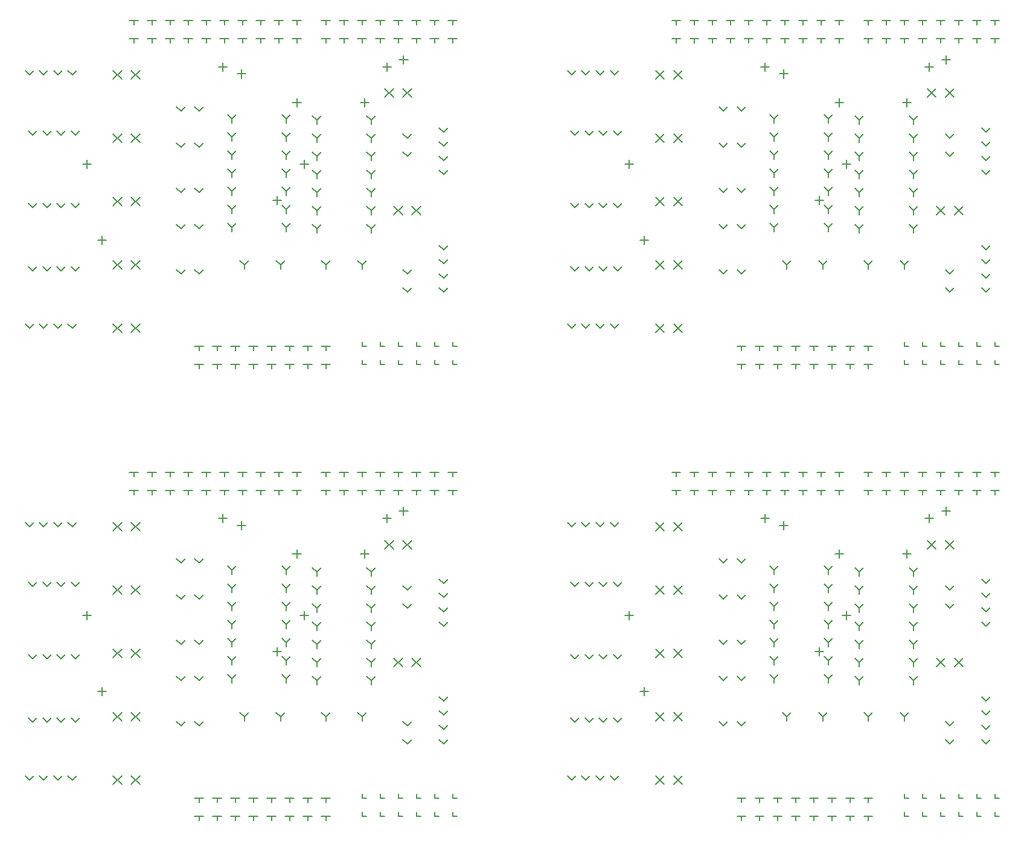
<source format=gbr>
G04 DipTrace 2.4.0.2*
%INThrough.gbr*%
%MOIN*%
G04 Drill Symbols*
G04 D=0.0191 - Cross*
G04 D=0.028 - X*
G04 D=0.0354 - Y*
G04 D=0.0374 - T*
G04 D=0.0394 - V*
G04 D=0.04 - Clock*
%ADD10C,0.008*%
%FSLAX44Y44*%
G04*
G70*
G90*
G75*
G01*
X23940Y5175D2*
D10*
Y4940D1*
X24175D1*
X24940Y5175D2*
Y4940D1*
X25175D1*
X25940Y5175D2*
Y4940D1*
X26175D1*
X26940Y5175D2*
Y4940D1*
X27175D1*
X27940Y5175D2*
Y4940D1*
X28175D1*
X28940Y5175D2*
Y4940D1*
X29175D1*
X28705Y23940D2*
X29175D1*
X28940D2*
Y23705D1*
X27705Y23940D2*
X28175D1*
X27940D2*
Y23705D1*
X26705Y23940D2*
X27175D1*
X26940D2*
Y23705D1*
X25705Y23940D2*
X26175D1*
X25940D2*
Y23705D1*
X24705Y23940D2*
X25175D1*
X24940D2*
Y23705D1*
X23705Y23940D2*
X24175D1*
X23940D2*
Y23705D1*
X22705Y23940D2*
X23175D1*
X22940D2*
Y23705D1*
X21705Y23940D2*
X22175D1*
X21940D2*
Y23705D1*
X14705Y4940D2*
X15175D1*
X14940D2*
Y4705D1*
X15705Y4940D2*
X16175D1*
X15940D2*
Y4705D1*
X16705Y4940D2*
X17175D1*
X16940D2*
Y4705D1*
X17705Y4940D2*
X18175D1*
X17940D2*
Y4705D1*
X18705Y4940D2*
X19175D1*
X18940D2*
Y4705D1*
X19705Y4940D2*
X20175D1*
X19940D2*
Y4705D1*
X20705Y4940D2*
X21175D1*
X20940D2*
Y4705D1*
X21705Y4940D2*
X22175D1*
X21940D2*
Y4705D1*
X20105Y23940D2*
X20575D1*
X20340D2*
Y23705D1*
X19105Y23940D2*
X19575D1*
X19340D2*
Y23705D1*
X18105Y23940D2*
X18575D1*
X18340D2*
Y23705D1*
X17105Y23940D2*
X17575D1*
X17340D2*
Y23705D1*
X16105Y23940D2*
X16575D1*
X16340D2*
Y23705D1*
X15105Y23940D2*
X15575D1*
X15340D2*
Y23705D1*
X14105Y23940D2*
X14575D1*
X14340D2*
Y23705D1*
X13105Y23940D2*
X13575D1*
X13340D2*
Y23705D1*
X12105Y23940D2*
X12575D1*
X12340D2*
Y23705D1*
X11105Y23940D2*
X11575D1*
X11340D2*
Y23705D1*
X20105Y22940D2*
X20575D1*
X20340D2*
Y22705D1*
X19105Y22940D2*
X19575D1*
X19340D2*
Y22705D1*
X18105Y22940D2*
X18575D1*
X18340D2*
Y22705D1*
X17105Y22940D2*
X17575D1*
X17340D2*
Y22705D1*
X16105Y22940D2*
X16575D1*
X16340D2*
Y22705D1*
X15105Y22940D2*
X15575D1*
X15340D2*
Y22705D1*
X14105Y22940D2*
X14575D1*
X14340D2*
Y22705D1*
X13105Y22940D2*
X13575D1*
X13340D2*
Y22705D1*
X12105Y22940D2*
X12575D1*
X12340D2*
Y22705D1*
X11105Y22940D2*
X11575D1*
X11340D2*
Y22705D1*
X28705Y22940D2*
X29175D1*
X28940D2*
Y22705D1*
X27705Y22940D2*
X28175D1*
X27940D2*
Y22705D1*
X26705Y22940D2*
X27175D1*
X26940D2*
Y22705D1*
X25705Y22940D2*
X26175D1*
X25940D2*
Y22705D1*
X24705Y22940D2*
X25175D1*
X24940D2*
Y22705D1*
X23705Y22940D2*
X24175D1*
X23940D2*
Y22705D1*
X22705Y22940D2*
X23175D1*
X22940D2*
Y22705D1*
X21705Y22940D2*
X22175D1*
X21940D2*
Y22705D1*
X23940Y6175D2*
Y5940D1*
X24175D1*
X24940Y6175D2*
Y5940D1*
X25175D1*
X25940Y6175D2*
Y5940D1*
X26175D1*
X26940Y6175D2*
Y5940D1*
X27175D1*
X27940Y6175D2*
Y5940D1*
X28175D1*
X28940Y6175D2*
Y5940D1*
X29175D1*
X14705D2*
X15175D1*
X14940D2*
Y5705D1*
X15705Y5940D2*
X16175D1*
X15940D2*
Y5705D1*
X16705Y5940D2*
X17175D1*
X16940D2*
Y5705D1*
X17705Y5940D2*
X18175D1*
X17940D2*
Y5705D1*
X18705Y5940D2*
X19175D1*
X18940D2*
Y5705D1*
X19705Y5940D2*
X20175D1*
X19940D2*
Y5705D1*
X20705Y5940D2*
X21175D1*
X20940D2*
Y5705D1*
X21705Y5940D2*
X22175D1*
X21940D2*
Y5705D1*
X17205Y10675D2*
X17440Y10440D1*
X17675Y10675D1*
X17440Y10440D2*
Y10205D1*
X19205Y10675D2*
X19440Y10440D1*
X19675Y10675D1*
X19440Y10440D2*
Y10205D1*
X21705Y10675D2*
X21940Y10440D1*
X22175Y10675D1*
X21940Y10440D2*
Y10205D1*
X23705Y10675D2*
X23940Y10440D1*
X24175Y10675D1*
X23940Y10440D2*
Y10205D1*
X10205Y21175D2*
X10675Y20705D1*
Y21175D2*
X10205Y20705D1*
X11205Y21175D2*
X11675Y20705D1*
Y21175D2*
X11205Y20705D1*
X10205Y17675D2*
X10675Y17205D1*
Y17675D2*
X10205Y17205D1*
X11205Y17675D2*
X11675Y17205D1*
Y17675D2*
X11205Y17205D1*
X10205Y14175D2*
X10675Y13705D1*
Y14175D2*
X10205Y13705D1*
X11205Y14175D2*
X11675Y13705D1*
Y14175D2*
X11205Y13705D1*
X10205Y10675D2*
X10675Y10205D1*
Y10675D2*
X10205Y10205D1*
X11205Y10675D2*
X11675Y10205D1*
Y10675D2*
X11205Y10205D1*
X10205Y7175D2*
X10675Y6705D1*
Y7175D2*
X10205Y6705D1*
X11205Y7175D2*
X11675Y6705D1*
Y7175D2*
X11205Y6705D1*
X25205Y20175D2*
X25675Y19705D1*
Y20175D2*
X25205Y19705D1*
X26205Y20175D2*
X26675Y19705D1*
Y20175D2*
X26205Y19705D1*
X25705Y13675D2*
X26175Y13205D1*
Y13675D2*
X25705Y13205D1*
X26705Y13675D2*
X27175Y13205D1*
Y13675D2*
X26705Y13205D1*
X7705Y21175D2*
X7940Y20940D1*
X8175Y21175D1*
X6918D2*
X7153Y20940D1*
X7388Y21175D1*
X6130D2*
X6365Y20940D1*
X6600Y21175D1*
X5343D2*
X5578Y20940D1*
X5813Y21175D1*
X7886Y17856D2*
X8121Y17621D1*
X8356Y17856D1*
X7099D2*
X7334Y17621D1*
X7569Y17856D1*
X6311D2*
X6546Y17621D1*
X6781Y17856D1*
X5524D2*
X5759Y17621D1*
X5994Y17856D1*
X7886Y13856D2*
X8121Y13621D1*
X8356Y13856D1*
X7099D2*
X7334Y13621D1*
X7569Y13856D1*
X6311D2*
X6546Y13621D1*
X6781Y13856D1*
X5524D2*
X5759Y13621D1*
X5994Y13856D1*
X7886Y10356D2*
X8121Y10121D1*
X8356Y10356D1*
X7099D2*
X7334Y10121D1*
X7569Y10356D1*
X6311D2*
X6546Y10121D1*
X6781Y10356D1*
X5524D2*
X5759Y10121D1*
X5994Y10356D1*
X7705Y7175D2*
X7940Y6940D1*
X8175Y7175D1*
X6918D2*
X7153Y6940D1*
X7388Y7175D1*
X6130D2*
X6365Y6940D1*
X6600Y7175D1*
X5343D2*
X5578Y6940D1*
X5813Y7175D1*
X28205Y15675D2*
X28440Y15440D1*
X28675Y15675D1*
X28205Y16463D2*
X28440Y16228D1*
X28675Y16463D1*
X28205Y17250D2*
X28440Y17015D1*
X28675Y17250D1*
X28205Y18037D2*
X28440Y17802D1*
X28675Y18037D1*
X28205Y9175D2*
X28440Y8940D1*
X28675Y9175D1*
X28205Y9963D2*
X28440Y9728D1*
X28675Y9963D1*
X28205Y10750D2*
X28440Y10515D1*
X28675Y10750D1*
X28205Y11537D2*
X28440Y11302D1*
X28675Y11537D1*
X13705Y19175D2*
X13940Y18940D1*
X14175Y19175D1*
X14705D2*
X14940Y18940D1*
X15175Y19175D1*
X13705Y17175D2*
X13940Y16940D1*
X14175Y17175D1*
X14705D2*
X14940Y16940D1*
X15175Y17175D1*
X13705Y14675D2*
X13940Y14440D1*
X14175Y14675D1*
X14705D2*
X14940Y14440D1*
X15175Y14675D1*
X13705Y12675D2*
X13940Y12440D1*
X14175Y12675D1*
X14705D2*
X14940Y12440D1*
X15175Y12675D1*
X13705Y10175D2*
X13940Y9940D1*
X14175Y10175D1*
X14705D2*
X14940Y9940D1*
X15175Y10175D1*
X26205Y16675D2*
X26440Y16440D1*
X26675Y16675D1*
X26205Y17675D2*
X26440Y17440D1*
X26675Y17675D1*
X26205Y10175D2*
X26440Y9940D1*
X26675Y10175D1*
X26205Y9175D2*
X26440Y8940D1*
X26675Y9175D1*
X16521Y18766D2*
X16756Y18531D1*
X16991Y18766D1*
X16756Y18531D2*
Y18296D1*
X16521Y17766D2*
X16756Y17531D1*
X16991Y17766D1*
X16756Y17531D2*
Y17296D1*
X16521Y16766D2*
X16756Y16531D1*
X16991Y16766D1*
X16756Y16531D2*
Y16296D1*
X16521Y15766D2*
X16756Y15531D1*
X16991Y15766D1*
X16756Y15531D2*
Y15296D1*
X16521Y14766D2*
X16756Y14531D1*
X16991Y14766D1*
X16756Y14531D2*
Y14296D1*
X16521Y13766D2*
X16756Y13531D1*
X16991Y13766D1*
X16756Y13531D2*
Y13296D1*
X16521Y12766D2*
X16756Y12531D1*
X16991Y12766D1*
X16756Y12531D2*
Y12296D1*
X19521Y12766D2*
X19756Y12531D1*
X19991Y12766D1*
X19756Y12531D2*
Y12296D1*
X19521Y13766D2*
X19756Y13531D1*
X19991Y13766D1*
X19756Y13531D2*
Y13296D1*
X19521Y14766D2*
X19756Y14531D1*
X19991Y14766D1*
X19756Y14531D2*
Y14296D1*
X19521Y15766D2*
X19756Y15531D1*
X19991Y15766D1*
X19756Y15531D2*
Y15296D1*
X19521Y16766D2*
X19756Y16531D1*
X19991Y16766D1*
X19756Y16531D2*
Y16296D1*
X19521Y17766D2*
X19756Y17531D1*
X19991Y17766D1*
X19756Y17531D2*
Y17296D1*
X19521Y18766D2*
X19756Y18531D1*
X19991Y18766D1*
X19756Y18531D2*
Y18296D1*
X21205Y18675D2*
X21440Y18440D1*
X21675Y18675D1*
X21440Y18440D2*
Y18205D1*
X21205Y17675D2*
X21440Y17440D1*
X21675Y17675D1*
X21440Y17440D2*
Y17205D1*
X21205Y16675D2*
X21440Y16440D1*
X21675Y16675D1*
X21440Y16440D2*
Y16205D1*
X21205Y15675D2*
X21440Y15440D1*
X21675Y15675D1*
X21440Y15440D2*
Y15205D1*
X21205Y14675D2*
X21440Y14440D1*
X21675Y14675D1*
X21440Y14440D2*
Y14205D1*
X21205Y13675D2*
X21440Y13440D1*
X21675Y13675D1*
X21440Y13440D2*
Y13205D1*
X21205Y12675D2*
X21440Y12440D1*
X21675Y12675D1*
X21440Y12440D2*
Y12205D1*
X24205Y12675D2*
X24440Y12440D1*
X24675Y12675D1*
X24440Y12440D2*
Y12205D1*
X24205Y13675D2*
X24440Y13440D1*
X24675Y13675D1*
X24440Y13440D2*
Y13205D1*
X24205Y14675D2*
X24440Y14440D1*
X24675Y14675D1*
X24440Y14440D2*
Y14205D1*
X24205Y15675D2*
X24440Y15440D1*
X24675Y15675D1*
X24440Y15440D2*
Y15205D1*
X24205Y16675D2*
X24440Y16440D1*
X24675Y16675D1*
X24440Y16440D2*
Y16205D1*
X24205Y17675D2*
X24440Y17440D1*
X24675Y17675D1*
X24440Y17440D2*
Y17205D1*
X24205Y18675D2*
X24440Y18440D1*
X24675Y18675D1*
X24440Y18440D2*
Y18205D1*
X17286Y21240D2*
Y20770D1*
X17051Y21005D2*
X17521D1*
X25320Y21635D2*
Y21165D1*
X25085Y21400D2*
X25555D1*
X16266Y21635D2*
Y21165D1*
X16031Y21400D2*
X16501D1*
X20340Y19651D2*
Y19181D1*
X20105Y19416D2*
X20575D1*
X24085Y19651D2*
Y19181D1*
X23850Y19416D2*
X24320D1*
X19266Y14256D2*
Y13786D1*
X19031Y14021D2*
X19501D1*
X9600Y12050D2*
Y11580D1*
X9365Y11815D2*
X9835D1*
X26239Y22030D2*
Y21560D1*
X26004Y21795D2*
X26474D1*
X8766Y16256D2*
Y15786D1*
X8531Y16021D2*
X9001D1*
X20766Y16256D2*
Y15786D1*
X20531Y16021D2*
X21001D1*
X53877Y5175D2*
Y4940D1*
X54112D1*
X54877Y5175D2*
Y4940D1*
X55112D1*
X55877Y5175D2*
Y4940D1*
X56112D1*
X56877Y5175D2*
Y4940D1*
X57112D1*
X57877Y5175D2*
Y4940D1*
X58112D1*
X58877Y5175D2*
Y4940D1*
X59112D1*
X58642Y23940D2*
X59112D1*
X58877D2*
Y23705D1*
X57642Y23940D2*
X58112D1*
X57877D2*
Y23705D1*
X56642Y23940D2*
X57112D1*
X56877D2*
Y23705D1*
X55642Y23940D2*
X56112D1*
X55877D2*
Y23705D1*
X54642Y23940D2*
X55112D1*
X54877D2*
Y23705D1*
X53642Y23940D2*
X54112D1*
X53877D2*
Y23705D1*
X52642Y23940D2*
X53112D1*
X52877D2*
Y23705D1*
X51642Y23940D2*
X52112D1*
X51877D2*
Y23705D1*
X44642Y4940D2*
X45112D1*
X44877D2*
Y4705D1*
X45642Y4940D2*
X46112D1*
X45877D2*
Y4705D1*
X46642Y4940D2*
X47112D1*
X46877D2*
Y4705D1*
X47642Y4940D2*
X48112D1*
X47877D2*
Y4705D1*
X48642Y4940D2*
X49112D1*
X48877D2*
Y4705D1*
X49642Y4940D2*
X50112D1*
X49877D2*
Y4705D1*
X50642Y4940D2*
X51112D1*
X50877D2*
Y4705D1*
X51642Y4940D2*
X52112D1*
X51877D2*
Y4705D1*
X50042Y23940D2*
X50512D1*
X50277D2*
Y23705D1*
X49042Y23940D2*
X49512D1*
X49277D2*
Y23705D1*
X48042Y23940D2*
X48512D1*
X48277D2*
Y23705D1*
X47042Y23940D2*
X47512D1*
X47277D2*
Y23705D1*
X46042Y23940D2*
X46512D1*
X46277D2*
Y23705D1*
X45042Y23940D2*
X45512D1*
X45277D2*
Y23705D1*
X44042Y23940D2*
X44512D1*
X44277D2*
Y23705D1*
X43042Y23940D2*
X43512D1*
X43277D2*
Y23705D1*
X42042Y23940D2*
X42512D1*
X42277D2*
Y23705D1*
X41042Y23940D2*
X41512D1*
X41277D2*
Y23705D1*
X50042Y22940D2*
X50512D1*
X50277D2*
Y22705D1*
X49042Y22940D2*
X49512D1*
X49277D2*
Y22705D1*
X48042Y22940D2*
X48512D1*
X48277D2*
Y22705D1*
X47042Y22940D2*
X47512D1*
X47277D2*
Y22705D1*
X46042Y22940D2*
X46512D1*
X46277D2*
Y22705D1*
X45042Y22940D2*
X45512D1*
X45277D2*
Y22705D1*
X44042Y22940D2*
X44512D1*
X44277D2*
Y22705D1*
X43042Y22940D2*
X43512D1*
X43277D2*
Y22705D1*
X42042Y22940D2*
X42512D1*
X42277D2*
Y22705D1*
X41042Y22940D2*
X41512D1*
X41277D2*
Y22705D1*
X58642Y22940D2*
X59112D1*
X58877D2*
Y22705D1*
X57642Y22940D2*
X58112D1*
X57877D2*
Y22705D1*
X56642Y22940D2*
X57112D1*
X56877D2*
Y22705D1*
X55642Y22940D2*
X56112D1*
X55877D2*
Y22705D1*
X54642Y22940D2*
X55112D1*
X54877D2*
Y22705D1*
X53642Y22940D2*
X54112D1*
X53877D2*
Y22705D1*
X52642Y22940D2*
X53112D1*
X52877D2*
Y22705D1*
X51642Y22940D2*
X52112D1*
X51877D2*
Y22705D1*
X53877Y6175D2*
Y5940D1*
X54112D1*
X54877Y6175D2*
Y5940D1*
X55112D1*
X55877Y6175D2*
Y5940D1*
X56112D1*
X56877Y6175D2*
Y5940D1*
X57112D1*
X57877Y6175D2*
Y5940D1*
X58112D1*
X58877Y6175D2*
Y5940D1*
X59112D1*
X44642D2*
X45112D1*
X44877D2*
Y5705D1*
X45642Y5940D2*
X46112D1*
X45877D2*
Y5705D1*
X46642Y5940D2*
X47112D1*
X46877D2*
Y5705D1*
X47642Y5940D2*
X48112D1*
X47877D2*
Y5705D1*
X48642Y5940D2*
X49112D1*
X48877D2*
Y5705D1*
X49642Y5940D2*
X50112D1*
X49877D2*
Y5705D1*
X50642Y5940D2*
X51112D1*
X50877D2*
Y5705D1*
X51642Y5940D2*
X52112D1*
X51877D2*
Y5705D1*
X47142Y10675D2*
X47377Y10440D1*
X47612Y10675D1*
X47377Y10440D2*
Y10205D1*
X49142Y10675D2*
X49377Y10440D1*
X49612Y10675D1*
X49377Y10440D2*
Y10205D1*
X51642Y10675D2*
X51877Y10440D1*
X52112Y10675D1*
X51877Y10440D2*
Y10205D1*
X53642Y10675D2*
X53877Y10440D1*
X54112Y10675D1*
X53877Y10440D2*
Y10205D1*
X40142Y21175D2*
X40612Y20705D1*
Y21175D2*
X40142Y20705D1*
X41142Y21175D2*
X41612Y20705D1*
Y21175D2*
X41142Y20705D1*
X40142Y17675D2*
X40612Y17205D1*
Y17675D2*
X40142Y17205D1*
X41142Y17675D2*
X41612Y17205D1*
Y17675D2*
X41142Y17205D1*
X40142Y14175D2*
X40612Y13705D1*
Y14175D2*
X40142Y13705D1*
X41142Y14175D2*
X41612Y13705D1*
Y14175D2*
X41142Y13705D1*
X40142Y10675D2*
X40612Y10205D1*
Y10675D2*
X40142Y10205D1*
X41142Y10675D2*
X41612Y10205D1*
Y10675D2*
X41142Y10205D1*
X40142Y7175D2*
X40612Y6705D1*
Y7175D2*
X40142Y6705D1*
X41142Y7175D2*
X41612Y6705D1*
Y7175D2*
X41142Y6705D1*
X55142Y20175D2*
X55612Y19705D1*
Y20175D2*
X55142Y19705D1*
X56142Y20175D2*
X56612Y19705D1*
Y20175D2*
X56142Y19705D1*
X55642Y13675D2*
X56112Y13205D1*
Y13675D2*
X55642Y13205D1*
X56642Y13675D2*
X57112Y13205D1*
Y13675D2*
X56642Y13205D1*
X37642Y21175D2*
X37877Y20940D1*
X38112Y21175D1*
X36855D2*
X37090Y20940D1*
X37325Y21175D1*
X36067D2*
X36302Y20940D1*
X36537Y21175D1*
X35280D2*
X35515Y20940D1*
X35750Y21175D1*
X37823Y17856D2*
X38058Y17621D1*
X38293Y17856D1*
X37036D2*
X37271Y17621D1*
X37506Y17856D1*
X36248D2*
X36483Y17621D1*
X36719Y17856D1*
X35461D2*
X35696Y17621D1*
X35931Y17856D1*
X37823Y13856D2*
X38058Y13621D1*
X38293Y13856D1*
X37036D2*
X37271Y13621D1*
X37506Y13856D1*
X36248D2*
X36483Y13621D1*
X36719Y13856D1*
X35461D2*
X35696Y13621D1*
X35931Y13856D1*
X37823Y10356D2*
X38058Y10121D1*
X38293Y10356D1*
X37036D2*
X37271Y10121D1*
X37506Y10356D1*
X36248D2*
X36483Y10121D1*
X36719Y10356D1*
X35461D2*
X35696Y10121D1*
X35931Y10356D1*
X37642Y7175D2*
X37877Y6940D1*
X38112Y7175D1*
X36855D2*
X37090Y6940D1*
X37325Y7175D1*
X36067D2*
X36302Y6940D1*
X36537Y7175D1*
X35280D2*
X35515Y6940D1*
X35750Y7175D1*
X58142Y15675D2*
X58377Y15440D1*
X58612Y15675D1*
X58142Y16463D2*
X58377Y16228D1*
X58612Y16463D1*
X58142Y17250D2*
X58377Y17015D1*
X58612Y17250D1*
X58142Y18037D2*
X58377Y17802D1*
X58612Y18037D1*
X58142Y9175D2*
X58377Y8940D1*
X58612Y9175D1*
X58142Y9963D2*
X58377Y9728D1*
X58612Y9963D1*
X58142Y10750D2*
X58377Y10515D1*
X58612Y10750D1*
X58142Y11537D2*
X58377Y11302D1*
X58612Y11537D1*
X43642Y19175D2*
X43877Y18940D1*
X44112Y19175D1*
X44642D2*
X44877Y18940D1*
X45112Y19175D1*
X43642Y17175D2*
X43877Y16940D1*
X44112Y17175D1*
X44642D2*
X44877Y16940D1*
X45112Y17175D1*
X43642Y14675D2*
X43877Y14440D1*
X44112Y14675D1*
X44642D2*
X44877Y14440D1*
X45112Y14675D1*
X43642Y12675D2*
X43877Y12440D1*
X44112Y12675D1*
X44642D2*
X44877Y12440D1*
X45112Y12675D1*
X43642Y10175D2*
X43877Y9940D1*
X44112Y10175D1*
X44642D2*
X44877Y9940D1*
X45112Y10175D1*
X56142Y16675D2*
X56377Y16440D1*
X56612Y16675D1*
X56142Y17675D2*
X56377Y17440D1*
X56612Y17675D1*
X56142Y10175D2*
X56377Y9940D1*
X56612Y10175D1*
X56142Y9175D2*
X56377Y8940D1*
X56612Y9175D1*
X46458Y18766D2*
X46693Y18531D1*
X46928Y18766D1*
X46693Y18531D2*
Y18296D1*
X46458Y17766D2*
X46693Y17531D1*
X46928Y17766D1*
X46693Y17531D2*
Y17296D1*
X46458Y16766D2*
X46693Y16531D1*
X46928Y16766D1*
X46693Y16531D2*
Y16296D1*
X46458Y15766D2*
X46693Y15531D1*
X46928Y15766D1*
X46693Y15531D2*
Y15296D1*
X46458Y14766D2*
X46693Y14531D1*
X46928Y14766D1*
X46693Y14531D2*
Y14296D1*
X46458Y13766D2*
X46693Y13531D1*
X46928Y13766D1*
X46693Y13531D2*
Y13296D1*
X46458Y12766D2*
X46693Y12531D1*
X46928Y12766D1*
X46693Y12531D2*
Y12296D1*
X49458Y12766D2*
X49693Y12531D1*
X49928Y12766D1*
X49693Y12531D2*
Y12296D1*
X49458Y13766D2*
X49693Y13531D1*
X49928Y13766D1*
X49693Y13531D2*
Y13296D1*
X49458Y14766D2*
X49693Y14531D1*
X49928Y14766D1*
X49693Y14531D2*
Y14296D1*
X49458Y15766D2*
X49693Y15531D1*
X49928Y15766D1*
X49693Y15531D2*
Y15296D1*
X49458Y16766D2*
X49693Y16531D1*
X49928Y16766D1*
X49693Y16531D2*
Y16296D1*
X49458Y17766D2*
X49693Y17531D1*
X49928Y17766D1*
X49693Y17531D2*
Y17296D1*
X49458Y18766D2*
X49693Y18531D1*
X49928Y18766D1*
X49693Y18531D2*
Y18296D1*
X51142Y18675D2*
X51377Y18440D1*
X51612Y18675D1*
X51377Y18440D2*
Y18205D1*
X51142Y17675D2*
X51377Y17440D1*
X51612Y17675D1*
X51377Y17440D2*
Y17205D1*
X51142Y16675D2*
X51377Y16440D1*
X51612Y16675D1*
X51377Y16440D2*
Y16205D1*
X51142Y15675D2*
X51377Y15440D1*
X51612Y15675D1*
X51377Y15440D2*
Y15205D1*
X51142Y14675D2*
X51377Y14440D1*
X51612Y14675D1*
X51377Y14440D2*
Y14205D1*
X51142Y13675D2*
X51377Y13440D1*
X51612Y13675D1*
X51377Y13440D2*
Y13205D1*
X51142Y12675D2*
X51377Y12440D1*
X51612Y12675D1*
X51377Y12440D2*
Y12205D1*
X54142Y12675D2*
X54377Y12440D1*
X54612Y12675D1*
X54377Y12440D2*
Y12205D1*
X54142Y13675D2*
X54377Y13440D1*
X54612Y13675D1*
X54377Y13440D2*
Y13205D1*
X54142Y14675D2*
X54377Y14440D1*
X54612Y14675D1*
X54377Y14440D2*
Y14205D1*
X54142Y15675D2*
X54377Y15440D1*
X54612Y15675D1*
X54377Y15440D2*
Y15205D1*
X54142Y16675D2*
X54377Y16440D1*
X54612Y16675D1*
X54377Y16440D2*
Y16205D1*
X54142Y17675D2*
X54377Y17440D1*
X54612Y17675D1*
X54377Y17440D2*
Y17205D1*
X54142Y18675D2*
X54377Y18440D1*
X54612Y18675D1*
X54377Y18440D2*
Y18205D1*
X47223Y21240D2*
Y20770D1*
X46988Y21005D2*
X47458D1*
X55257Y21635D2*
Y21165D1*
X55022Y21400D2*
X55492D1*
X46203Y21635D2*
Y21165D1*
X45968Y21400D2*
X46438D1*
X50277Y19651D2*
Y19181D1*
X50042Y19416D2*
X50512D1*
X54022Y19651D2*
Y19181D1*
X53787Y19416D2*
X54257D1*
X49203Y14256D2*
Y13786D1*
X48968Y14021D2*
X49438D1*
X39537Y12050D2*
Y11580D1*
X39302Y11815D2*
X39772D1*
X56176Y22030D2*
Y21560D1*
X55941Y21795D2*
X56411D1*
X38703Y16256D2*
Y15786D1*
X38468Y16021D2*
X38938D1*
X50703Y16256D2*
Y15786D1*
X50468Y16021D2*
X50938D1*
X23940Y30112D2*
Y29877D1*
X24175D1*
X24940Y30112D2*
Y29877D1*
X25175D1*
X25940Y30112D2*
Y29877D1*
X26175D1*
X26940Y30112D2*
Y29877D1*
X27175D1*
X27940Y30112D2*
Y29877D1*
X28175D1*
X28940Y30112D2*
Y29877D1*
X29175D1*
X28705Y48877D2*
X29175D1*
X28940D2*
Y48642D1*
X27705Y48877D2*
X28175D1*
X27940D2*
Y48642D1*
X26705Y48877D2*
X27175D1*
X26940D2*
Y48642D1*
X25705Y48877D2*
X26175D1*
X25940D2*
Y48642D1*
X24705Y48877D2*
X25175D1*
X24940D2*
Y48642D1*
X23705Y48877D2*
X24175D1*
X23940D2*
Y48642D1*
X22705Y48877D2*
X23175D1*
X22940D2*
Y48642D1*
X21705Y48877D2*
X22175D1*
X21940D2*
Y48642D1*
X14705Y29877D2*
X15175D1*
X14940D2*
Y29642D1*
X15705Y29877D2*
X16175D1*
X15940D2*
Y29642D1*
X16705Y29877D2*
X17175D1*
X16940D2*
Y29642D1*
X17705Y29877D2*
X18175D1*
X17940D2*
Y29642D1*
X18705Y29877D2*
X19175D1*
X18940D2*
Y29642D1*
X19705Y29877D2*
X20175D1*
X19940D2*
Y29642D1*
X20705Y29877D2*
X21175D1*
X20940D2*
Y29642D1*
X21705Y29877D2*
X22175D1*
X21940D2*
Y29642D1*
X20105Y48877D2*
X20575D1*
X20340D2*
Y48642D1*
X19105Y48877D2*
X19575D1*
X19340D2*
Y48642D1*
X18105Y48877D2*
X18575D1*
X18340D2*
Y48642D1*
X17105Y48877D2*
X17575D1*
X17340D2*
Y48642D1*
X16105Y48877D2*
X16575D1*
X16340D2*
Y48642D1*
X15105Y48877D2*
X15575D1*
X15340D2*
Y48642D1*
X14105Y48877D2*
X14575D1*
X14340D2*
Y48642D1*
X13105Y48877D2*
X13575D1*
X13340D2*
Y48642D1*
X12105Y48877D2*
X12575D1*
X12340D2*
Y48642D1*
X11105Y48877D2*
X11575D1*
X11340D2*
Y48642D1*
X20105Y47877D2*
X20575D1*
X20340D2*
Y47642D1*
X19105Y47877D2*
X19575D1*
X19340D2*
Y47642D1*
X18105Y47877D2*
X18575D1*
X18340D2*
Y47642D1*
X17105Y47877D2*
X17575D1*
X17340D2*
Y47642D1*
X16105Y47877D2*
X16575D1*
X16340D2*
Y47642D1*
X15105Y47877D2*
X15575D1*
X15340D2*
Y47642D1*
X14105Y47877D2*
X14575D1*
X14340D2*
Y47642D1*
X13105Y47877D2*
X13575D1*
X13340D2*
Y47642D1*
X12105Y47877D2*
X12575D1*
X12340D2*
Y47642D1*
X11105Y47877D2*
X11575D1*
X11340D2*
Y47642D1*
X28705Y47877D2*
X29175D1*
X28940D2*
Y47642D1*
X27705Y47877D2*
X28175D1*
X27940D2*
Y47642D1*
X26705Y47877D2*
X27175D1*
X26940D2*
Y47642D1*
X25705Y47877D2*
X26175D1*
X25940D2*
Y47642D1*
X24705Y47877D2*
X25175D1*
X24940D2*
Y47642D1*
X23705Y47877D2*
X24175D1*
X23940D2*
Y47642D1*
X22705Y47877D2*
X23175D1*
X22940D2*
Y47642D1*
X21705Y47877D2*
X22175D1*
X21940D2*
Y47642D1*
X23940Y31112D2*
Y30877D1*
X24175D1*
X24940Y31112D2*
Y30877D1*
X25175D1*
X25940Y31112D2*
Y30877D1*
X26175D1*
X26940Y31112D2*
Y30877D1*
X27175D1*
X27940Y31112D2*
Y30877D1*
X28175D1*
X28940Y31112D2*
Y30877D1*
X29175D1*
X14705D2*
X15175D1*
X14940D2*
Y30642D1*
X15705Y30877D2*
X16175D1*
X15940D2*
Y30642D1*
X16705Y30877D2*
X17175D1*
X16940D2*
Y30642D1*
X17705Y30877D2*
X18175D1*
X17940D2*
Y30642D1*
X18705Y30877D2*
X19175D1*
X18940D2*
Y30642D1*
X19705Y30877D2*
X20175D1*
X19940D2*
Y30642D1*
X20705Y30877D2*
X21175D1*
X20940D2*
Y30642D1*
X21705Y30877D2*
X22175D1*
X21940D2*
Y30642D1*
X17205Y35612D2*
X17440Y35377D1*
X17675Y35612D1*
X17440Y35377D2*
Y35142D1*
X19205Y35612D2*
X19440Y35377D1*
X19675Y35612D1*
X19440Y35377D2*
Y35142D1*
X21705Y35612D2*
X21940Y35377D1*
X22175Y35612D1*
X21940Y35377D2*
Y35142D1*
X23705Y35612D2*
X23940Y35377D1*
X24175Y35612D1*
X23940Y35377D2*
Y35142D1*
X10205Y46112D2*
X10675Y45642D1*
Y46112D2*
X10205Y45642D1*
X11205Y46112D2*
X11675Y45642D1*
Y46112D2*
X11205Y45642D1*
X10205Y42612D2*
X10675Y42142D1*
Y42612D2*
X10205Y42142D1*
X11205Y42612D2*
X11675Y42142D1*
Y42612D2*
X11205Y42142D1*
X10205Y39112D2*
X10675Y38642D1*
Y39112D2*
X10205Y38642D1*
X11205Y39112D2*
X11675Y38642D1*
Y39112D2*
X11205Y38642D1*
X10205Y35612D2*
X10675Y35142D1*
Y35612D2*
X10205Y35142D1*
X11205Y35612D2*
X11675Y35142D1*
Y35612D2*
X11205Y35142D1*
X10205Y32112D2*
X10675Y31642D1*
Y32112D2*
X10205Y31642D1*
X11205Y32112D2*
X11675Y31642D1*
Y32112D2*
X11205Y31642D1*
X25205Y45112D2*
X25675Y44642D1*
Y45112D2*
X25205Y44642D1*
X26205Y45112D2*
X26675Y44642D1*
Y45112D2*
X26205Y44642D1*
X25705Y38612D2*
X26175Y38142D1*
Y38612D2*
X25705Y38142D1*
X26705Y38612D2*
X27175Y38142D1*
Y38612D2*
X26705Y38142D1*
X7705Y46112D2*
X7940Y45877D1*
X8175Y46112D1*
X6918D2*
X7153Y45877D1*
X7388Y46112D1*
X6130D2*
X6365Y45877D1*
X6600Y46112D1*
X5343D2*
X5578Y45877D1*
X5813Y46112D1*
X7886Y42793D2*
X8121Y42558D1*
X8356Y42793D1*
X7099D2*
X7334Y42558D1*
X7569Y42793D1*
X6311D2*
X6546Y42558D1*
X6781Y42793D1*
X5524D2*
X5759Y42558D1*
X5994Y42793D1*
X7886Y38793D2*
X8121Y38558D1*
X8356Y38793D1*
X7099D2*
X7334Y38558D1*
X7569Y38793D1*
X6311D2*
X6546Y38558D1*
X6781Y38793D1*
X5524D2*
X5759Y38558D1*
X5994Y38793D1*
X7886Y35293D2*
X8121Y35058D1*
X8356Y35293D1*
X7099D2*
X7334Y35058D1*
X7569Y35293D1*
X6311D2*
X6546Y35058D1*
X6781Y35293D1*
X5524D2*
X5759Y35058D1*
X5994Y35293D1*
X7705Y32112D2*
X7940Y31877D1*
X8175Y32112D1*
X6918D2*
X7153Y31877D1*
X7388Y32112D1*
X6130D2*
X6365Y31877D1*
X6600Y32112D1*
X5343D2*
X5578Y31877D1*
X5813Y32112D1*
X28205Y40612D2*
X28440Y40377D1*
X28675Y40612D1*
X28205Y41400D2*
X28440Y41165D1*
X28675Y41400D1*
X28205Y42187D2*
X28440Y41952D1*
X28675Y42187D1*
X28205Y42974D2*
X28440Y42739D1*
X28675Y42974D1*
X28205Y34112D2*
X28440Y33877D1*
X28675Y34112D1*
X28205Y34900D2*
X28440Y34665D1*
X28675Y34900D1*
X28205Y35687D2*
X28440Y35452D1*
X28675Y35687D1*
X28205Y36474D2*
X28440Y36239D1*
X28675Y36474D1*
X13705Y44112D2*
X13940Y43877D1*
X14175Y44112D1*
X14705D2*
X14940Y43877D1*
X15175Y44112D1*
X13705Y42112D2*
X13940Y41877D1*
X14175Y42112D1*
X14705D2*
X14940Y41877D1*
X15175Y42112D1*
X13705Y39612D2*
X13940Y39377D1*
X14175Y39612D1*
X14705D2*
X14940Y39377D1*
X15175Y39612D1*
X13705Y37612D2*
X13940Y37377D1*
X14175Y37612D1*
X14705D2*
X14940Y37377D1*
X15175Y37612D1*
X13705Y35112D2*
X13940Y34877D1*
X14175Y35112D1*
X14705D2*
X14940Y34877D1*
X15175Y35112D1*
X26205Y41612D2*
X26440Y41377D1*
X26675Y41612D1*
X26205Y42612D2*
X26440Y42377D1*
X26675Y42612D1*
X26205Y35112D2*
X26440Y34877D1*
X26675Y35112D1*
X26205Y34112D2*
X26440Y33877D1*
X26675Y34112D1*
X16521Y43703D2*
X16756Y43468D1*
X16991Y43703D1*
X16756Y43468D2*
Y43233D1*
X16521Y42703D2*
X16756Y42468D1*
X16991Y42703D1*
X16756Y42468D2*
Y42233D1*
X16521Y41703D2*
X16756Y41468D1*
X16991Y41703D1*
X16756Y41468D2*
Y41233D1*
X16521Y40703D2*
X16756Y40468D1*
X16991Y40703D1*
X16756Y40468D2*
Y40233D1*
X16521Y39703D2*
X16756Y39468D1*
X16991Y39703D1*
X16756Y39468D2*
Y39233D1*
X16521Y38703D2*
X16756Y38468D1*
X16991Y38703D1*
X16756Y38468D2*
Y38233D1*
X16521Y37703D2*
X16756Y37468D1*
X16991Y37703D1*
X16756Y37468D2*
Y37233D1*
X19521Y37703D2*
X19756Y37468D1*
X19991Y37703D1*
X19756Y37468D2*
Y37233D1*
X19521Y38703D2*
X19756Y38468D1*
X19991Y38703D1*
X19756Y38468D2*
Y38233D1*
X19521Y39703D2*
X19756Y39468D1*
X19991Y39703D1*
X19756Y39468D2*
Y39233D1*
X19521Y40703D2*
X19756Y40468D1*
X19991Y40703D1*
X19756Y40468D2*
Y40233D1*
X19521Y41703D2*
X19756Y41468D1*
X19991Y41703D1*
X19756Y41468D2*
Y41233D1*
X19521Y42703D2*
X19756Y42468D1*
X19991Y42703D1*
X19756Y42468D2*
Y42233D1*
X19521Y43703D2*
X19756Y43468D1*
X19991Y43703D1*
X19756Y43468D2*
Y43233D1*
X21205Y43612D2*
X21440Y43377D1*
X21675Y43612D1*
X21440Y43377D2*
Y43142D1*
X21205Y42612D2*
X21440Y42377D1*
X21675Y42612D1*
X21440Y42377D2*
Y42142D1*
X21205Y41612D2*
X21440Y41377D1*
X21675Y41612D1*
X21440Y41377D2*
Y41142D1*
X21205Y40612D2*
X21440Y40377D1*
X21675Y40612D1*
X21440Y40377D2*
Y40142D1*
X21205Y39612D2*
X21440Y39377D1*
X21675Y39612D1*
X21440Y39377D2*
Y39142D1*
X21205Y38612D2*
X21440Y38377D1*
X21675Y38612D1*
X21440Y38377D2*
Y38142D1*
X21205Y37612D2*
X21440Y37377D1*
X21675Y37612D1*
X21440Y37377D2*
Y37142D1*
X24205Y37612D2*
X24440Y37377D1*
X24675Y37612D1*
X24440Y37377D2*
Y37142D1*
X24205Y38612D2*
X24440Y38377D1*
X24675Y38612D1*
X24440Y38377D2*
Y38142D1*
X24205Y39612D2*
X24440Y39377D1*
X24675Y39612D1*
X24440Y39377D2*
Y39142D1*
X24205Y40612D2*
X24440Y40377D1*
X24675Y40612D1*
X24440Y40377D2*
Y40142D1*
X24205Y41612D2*
X24440Y41377D1*
X24675Y41612D1*
X24440Y41377D2*
Y41142D1*
X24205Y42612D2*
X24440Y42377D1*
X24675Y42612D1*
X24440Y42377D2*
Y42142D1*
X24205Y43612D2*
X24440Y43377D1*
X24675Y43612D1*
X24440Y43377D2*
Y43142D1*
X17286Y46177D2*
Y45707D1*
X17051Y45942D2*
X17521D1*
X25320Y46572D2*
Y46102D1*
X25085Y46337D2*
X25555D1*
X16266Y46572D2*
Y46102D1*
X16031Y46337D2*
X16501D1*
X20340Y44588D2*
Y44118D1*
X20105Y44353D2*
X20575D1*
X24085Y44588D2*
Y44118D1*
X23850Y44353D2*
X24320D1*
X19266Y39193D2*
Y38723D1*
X19031Y38958D2*
X19501D1*
X9600Y36987D2*
Y36517D1*
X9365Y36752D2*
X9835D1*
X26239Y46967D2*
Y46497D1*
X26004Y46732D2*
X26474D1*
X8766Y41193D2*
Y40723D1*
X8531Y40958D2*
X9001D1*
X20766Y41193D2*
Y40723D1*
X20531Y40958D2*
X21001D1*
X53877Y30112D2*
Y29877D1*
X54112D1*
X54877Y30112D2*
Y29877D1*
X55112D1*
X55877Y30112D2*
Y29877D1*
X56112D1*
X56877Y30112D2*
Y29877D1*
X57112D1*
X57877Y30112D2*
Y29877D1*
X58112D1*
X58877Y30112D2*
Y29877D1*
X59112D1*
X58642Y48877D2*
X59112D1*
X58877D2*
Y48642D1*
X57642Y48877D2*
X58112D1*
X57877D2*
Y48642D1*
X56642Y48877D2*
X57112D1*
X56877D2*
Y48642D1*
X55642Y48877D2*
X56112D1*
X55877D2*
Y48642D1*
X54642Y48877D2*
X55112D1*
X54877D2*
Y48642D1*
X53642Y48877D2*
X54112D1*
X53877D2*
Y48642D1*
X52642Y48877D2*
X53112D1*
X52877D2*
Y48642D1*
X51642Y48877D2*
X52112D1*
X51877D2*
Y48642D1*
X44642Y29877D2*
X45112D1*
X44877D2*
Y29642D1*
X45642Y29877D2*
X46112D1*
X45877D2*
Y29642D1*
X46642Y29877D2*
X47112D1*
X46877D2*
Y29642D1*
X47642Y29877D2*
X48112D1*
X47877D2*
Y29642D1*
X48642Y29877D2*
X49112D1*
X48877D2*
Y29642D1*
X49642Y29877D2*
X50112D1*
X49877D2*
Y29642D1*
X50642Y29877D2*
X51112D1*
X50877D2*
Y29642D1*
X51642Y29877D2*
X52112D1*
X51877D2*
Y29642D1*
X50042Y48877D2*
X50512D1*
X50277D2*
Y48642D1*
X49042Y48877D2*
X49512D1*
X49277D2*
Y48642D1*
X48042Y48877D2*
X48512D1*
X48277D2*
Y48642D1*
X47042Y48877D2*
X47512D1*
X47277D2*
Y48642D1*
X46042Y48877D2*
X46512D1*
X46277D2*
Y48642D1*
X45042Y48877D2*
X45512D1*
X45277D2*
Y48642D1*
X44042Y48877D2*
X44512D1*
X44277D2*
Y48642D1*
X43042Y48877D2*
X43512D1*
X43277D2*
Y48642D1*
X42042Y48877D2*
X42512D1*
X42277D2*
Y48642D1*
X41042Y48877D2*
X41512D1*
X41277D2*
Y48642D1*
X50042Y47877D2*
X50512D1*
X50277D2*
Y47642D1*
X49042Y47877D2*
X49512D1*
X49277D2*
Y47642D1*
X48042Y47877D2*
X48512D1*
X48277D2*
Y47642D1*
X47042Y47877D2*
X47512D1*
X47277D2*
Y47642D1*
X46042Y47877D2*
X46512D1*
X46277D2*
Y47642D1*
X45042Y47877D2*
X45512D1*
X45277D2*
Y47642D1*
X44042Y47877D2*
X44512D1*
X44277D2*
Y47642D1*
X43042Y47877D2*
X43512D1*
X43277D2*
Y47642D1*
X42042Y47877D2*
X42512D1*
X42277D2*
Y47642D1*
X41042Y47877D2*
X41512D1*
X41277D2*
Y47642D1*
X58642Y47877D2*
X59112D1*
X58877D2*
Y47642D1*
X57642Y47877D2*
X58112D1*
X57877D2*
Y47642D1*
X56642Y47877D2*
X57112D1*
X56877D2*
Y47642D1*
X55642Y47877D2*
X56112D1*
X55877D2*
Y47642D1*
X54642Y47877D2*
X55112D1*
X54877D2*
Y47642D1*
X53642Y47877D2*
X54112D1*
X53877D2*
Y47642D1*
X52642Y47877D2*
X53112D1*
X52877D2*
Y47642D1*
X51642Y47877D2*
X52112D1*
X51877D2*
Y47642D1*
X53877Y31112D2*
Y30877D1*
X54112D1*
X54877Y31112D2*
Y30877D1*
X55112D1*
X55877Y31112D2*
Y30877D1*
X56112D1*
X56877Y31112D2*
Y30877D1*
X57112D1*
X57877Y31112D2*
Y30877D1*
X58112D1*
X58877Y31112D2*
Y30877D1*
X59112D1*
X44642D2*
X45112D1*
X44877D2*
Y30642D1*
X45642Y30877D2*
X46112D1*
X45877D2*
Y30642D1*
X46642Y30877D2*
X47112D1*
X46877D2*
Y30642D1*
X47642Y30877D2*
X48112D1*
X47877D2*
Y30642D1*
X48642Y30877D2*
X49112D1*
X48877D2*
Y30642D1*
X49642Y30877D2*
X50112D1*
X49877D2*
Y30642D1*
X50642Y30877D2*
X51112D1*
X50877D2*
Y30642D1*
X51642Y30877D2*
X52112D1*
X51877D2*
Y30642D1*
X47142Y35612D2*
X47377Y35377D1*
X47612Y35612D1*
X47377Y35377D2*
Y35142D1*
X49142Y35612D2*
X49377Y35377D1*
X49612Y35612D1*
X49377Y35377D2*
Y35142D1*
X51642Y35612D2*
X51877Y35377D1*
X52112Y35612D1*
X51877Y35377D2*
Y35142D1*
X53642Y35612D2*
X53877Y35377D1*
X54112Y35612D1*
X53877Y35377D2*
Y35142D1*
X40142Y46112D2*
X40612Y45642D1*
Y46112D2*
X40142Y45642D1*
X41142Y46112D2*
X41612Y45642D1*
Y46112D2*
X41142Y45642D1*
X40142Y42612D2*
X40612Y42142D1*
Y42612D2*
X40142Y42142D1*
X41142Y42612D2*
X41612Y42142D1*
Y42612D2*
X41142Y42142D1*
X40142Y39112D2*
X40612Y38642D1*
Y39112D2*
X40142Y38642D1*
X41142Y39112D2*
X41612Y38642D1*
Y39112D2*
X41142Y38642D1*
X40142Y35612D2*
X40612Y35142D1*
Y35612D2*
X40142Y35142D1*
X41142Y35612D2*
X41612Y35142D1*
Y35612D2*
X41142Y35142D1*
X40142Y32112D2*
X40612Y31642D1*
Y32112D2*
X40142Y31642D1*
X41142Y32112D2*
X41612Y31642D1*
Y32112D2*
X41142Y31642D1*
X55142Y45112D2*
X55612Y44642D1*
Y45112D2*
X55142Y44642D1*
X56142Y45112D2*
X56612Y44642D1*
Y45112D2*
X56142Y44642D1*
X55642Y38612D2*
X56112Y38142D1*
Y38612D2*
X55642Y38142D1*
X56642Y38612D2*
X57112Y38142D1*
Y38612D2*
X56642Y38142D1*
X37642Y46112D2*
X37877Y45877D1*
X38112Y46112D1*
X36855D2*
X37090Y45877D1*
X37325Y46112D1*
X36067D2*
X36302Y45877D1*
X36537Y46112D1*
X35280D2*
X35515Y45877D1*
X35750Y46112D1*
X37823Y42793D2*
X38058Y42558D1*
X38293Y42793D1*
X37036D2*
X37271Y42558D1*
X37506Y42793D1*
X36248D2*
X36483Y42558D1*
X36719Y42793D1*
X35461D2*
X35696Y42558D1*
X35931Y42793D1*
X37823Y38793D2*
X38058Y38558D1*
X38293Y38793D1*
X37036D2*
X37271Y38558D1*
X37506Y38793D1*
X36248D2*
X36483Y38558D1*
X36719Y38793D1*
X35461D2*
X35696Y38558D1*
X35931Y38793D1*
X37823Y35293D2*
X38058Y35058D1*
X38293Y35293D1*
X37036D2*
X37271Y35058D1*
X37506Y35293D1*
X36248D2*
X36483Y35058D1*
X36719Y35293D1*
X35461D2*
X35696Y35058D1*
X35931Y35293D1*
X37642Y32112D2*
X37877Y31877D1*
X38112Y32112D1*
X36855D2*
X37090Y31877D1*
X37325Y32112D1*
X36067D2*
X36302Y31877D1*
X36537Y32112D1*
X35280D2*
X35515Y31877D1*
X35750Y32112D1*
X58142Y40612D2*
X58377Y40377D1*
X58612Y40612D1*
X58142Y41400D2*
X58377Y41165D1*
X58612Y41400D1*
X58142Y42187D2*
X58377Y41952D1*
X58612Y42187D1*
X58142Y42974D2*
X58377Y42739D1*
X58612Y42974D1*
X58142Y34112D2*
X58377Y33877D1*
X58612Y34112D1*
X58142Y34900D2*
X58377Y34665D1*
X58612Y34900D1*
X58142Y35687D2*
X58377Y35452D1*
X58612Y35687D1*
X58142Y36474D2*
X58377Y36239D1*
X58612Y36474D1*
X43642Y44112D2*
X43877Y43877D1*
X44112Y44112D1*
X44642D2*
X44877Y43877D1*
X45112Y44112D1*
X43642Y42112D2*
X43877Y41877D1*
X44112Y42112D1*
X44642D2*
X44877Y41877D1*
X45112Y42112D1*
X43642Y39612D2*
X43877Y39377D1*
X44112Y39612D1*
X44642D2*
X44877Y39377D1*
X45112Y39612D1*
X43642Y37612D2*
X43877Y37377D1*
X44112Y37612D1*
X44642D2*
X44877Y37377D1*
X45112Y37612D1*
X43642Y35112D2*
X43877Y34877D1*
X44112Y35112D1*
X44642D2*
X44877Y34877D1*
X45112Y35112D1*
X56142Y41612D2*
X56377Y41377D1*
X56612Y41612D1*
X56142Y42612D2*
X56377Y42377D1*
X56612Y42612D1*
X56142Y35112D2*
X56377Y34877D1*
X56612Y35112D1*
X56142Y34112D2*
X56377Y33877D1*
X56612Y34112D1*
X46458Y43703D2*
X46693Y43468D1*
X46928Y43703D1*
X46693Y43468D2*
Y43233D1*
X46458Y42703D2*
X46693Y42468D1*
X46928Y42703D1*
X46693Y42468D2*
Y42233D1*
X46458Y41703D2*
X46693Y41468D1*
X46928Y41703D1*
X46693Y41468D2*
Y41233D1*
X46458Y40703D2*
X46693Y40468D1*
X46928Y40703D1*
X46693Y40468D2*
Y40233D1*
X46458Y39703D2*
X46693Y39468D1*
X46928Y39703D1*
X46693Y39468D2*
Y39233D1*
X46458Y38703D2*
X46693Y38468D1*
X46928Y38703D1*
X46693Y38468D2*
Y38233D1*
X46458Y37703D2*
X46693Y37468D1*
X46928Y37703D1*
X46693Y37468D2*
Y37233D1*
X49458Y37703D2*
X49693Y37468D1*
X49928Y37703D1*
X49693Y37468D2*
Y37233D1*
X49458Y38703D2*
X49693Y38468D1*
X49928Y38703D1*
X49693Y38468D2*
Y38233D1*
X49458Y39703D2*
X49693Y39468D1*
X49928Y39703D1*
X49693Y39468D2*
Y39233D1*
X49458Y40703D2*
X49693Y40468D1*
X49928Y40703D1*
X49693Y40468D2*
Y40233D1*
X49458Y41703D2*
X49693Y41468D1*
X49928Y41703D1*
X49693Y41468D2*
Y41233D1*
X49458Y42703D2*
X49693Y42468D1*
X49928Y42703D1*
X49693Y42468D2*
Y42233D1*
X49458Y43703D2*
X49693Y43468D1*
X49928Y43703D1*
X49693Y43468D2*
Y43233D1*
X51142Y43612D2*
X51377Y43377D1*
X51612Y43612D1*
X51377Y43377D2*
Y43142D1*
X51142Y42612D2*
X51377Y42377D1*
X51612Y42612D1*
X51377Y42377D2*
Y42142D1*
X51142Y41612D2*
X51377Y41377D1*
X51612Y41612D1*
X51377Y41377D2*
Y41142D1*
X51142Y40612D2*
X51377Y40377D1*
X51612Y40612D1*
X51377Y40377D2*
Y40142D1*
X51142Y39612D2*
X51377Y39377D1*
X51612Y39612D1*
X51377Y39377D2*
Y39142D1*
X51142Y38612D2*
X51377Y38377D1*
X51612Y38612D1*
X51377Y38377D2*
Y38142D1*
X51142Y37612D2*
X51377Y37377D1*
X51612Y37612D1*
X51377Y37377D2*
Y37142D1*
X54142Y37612D2*
X54377Y37377D1*
X54612Y37612D1*
X54377Y37377D2*
Y37142D1*
X54142Y38612D2*
X54377Y38377D1*
X54612Y38612D1*
X54377Y38377D2*
Y38142D1*
X54142Y39612D2*
X54377Y39377D1*
X54612Y39612D1*
X54377Y39377D2*
Y39142D1*
X54142Y40612D2*
X54377Y40377D1*
X54612Y40612D1*
X54377Y40377D2*
Y40142D1*
X54142Y41612D2*
X54377Y41377D1*
X54612Y41612D1*
X54377Y41377D2*
Y41142D1*
X54142Y42612D2*
X54377Y42377D1*
X54612Y42612D1*
X54377Y42377D2*
Y42142D1*
X54142Y43612D2*
X54377Y43377D1*
X54612Y43612D1*
X54377Y43377D2*
Y43142D1*
X47223Y46177D2*
Y45707D1*
X46988Y45942D2*
X47458D1*
X55257Y46572D2*
Y46102D1*
X55022Y46337D2*
X55492D1*
X46203Y46572D2*
Y46102D1*
X45968Y46337D2*
X46438D1*
X50277Y44588D2*
Y44118D1*
X50042Y44353D2*
X50512D1*
X54022Y44588D2*
Y44118D1*
X53787Y44353D2*
X54257D1*
X49203Y39193D2*
Y38723D1*
X48968Y38958D2*
X49438D1*
X39537Y36987D2*
Y36517D1*
X39302Y36752D2*
X39772D1*
X56176Y46967D2*
Y46497D1*
X55941Y46732D2*
X56411D1*
X38703Y41193D2*
Y40723D1*
X38468Y40958D2*
X38938D1*
X50703Y41193D2*
Y40723D1*
X50468Y40958D2*
X50938D1*
M02*

</source>
